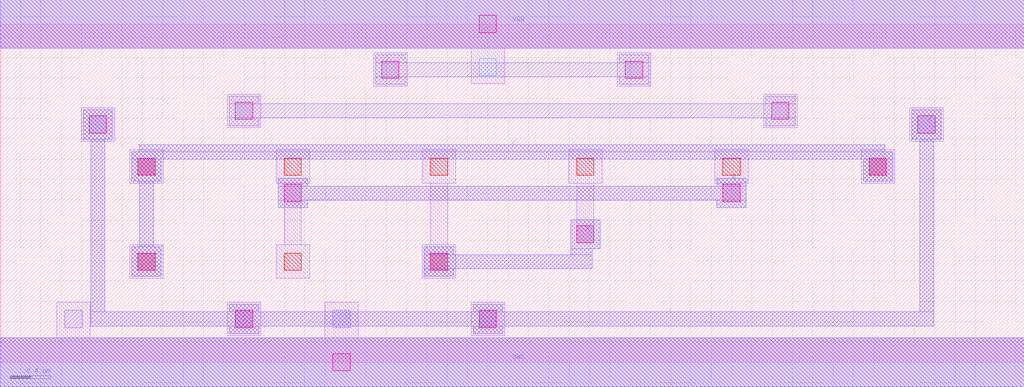
<source format=lef>
MACRO NOR3X1
 CLASS CORE ;
 FOREIGN NOR3X1 0 0 ;
 SIZE 10.08 BY 3.33 ;
 ORIGIN 0 0 ;
 SYMMETRY X Y R90 ;
 SITE unit ;
  PIN VDD
   DIRECTION INOUT ;
   USE POWER ;
   SHAPE ABUTMENT ;
    PORT
     CLASS CORE ;
       LAYER li1 ;
        RECT 0.00000000 3.09000000 10.08000000 3.57000000 ;
       LAYER met1 ;
        RECT 0.00000000 3.09000000 10.08000000 3.57000000 ;
    END
  END VDD

  PIN GND
   DIRECTION INOUT ;
   USE POWER ;
   SHAPE ABUTMENT ;
    PORT
     CLASS CORE ;
       LAYER li1 ;
        RECT 0.00000000 -0.24000000 10.08000000 0.24000000 ;
       LAYER met1 ;
        RECT 0.00000000 -0.24000000 10.08000000 0.24000000 ;
    END
  END GND

  PIN Y
   DIRECTION INOUT ;
   USE SIGNAL ;
   SHAPE ABUTMENT ;
    PORT
     CLASS CORE ;
       LAYER met1 ;
        RECT 2.25500000 0.28000000 2.54500000 0.35500000 ;
        RECT 4.65500000 0.28000000 4.94500000 0.35500000 ;
        RECT 0.89000000 0.35500000 9.19000000 0.49500000 ;
        RECT 2.25500000 0.49500000 2.54500000 0.57000000 ;
        RECT 4.65500000 0.49500000 4.94500000 0.57000000 ;
        RECT 0.89000000 0.49500000 1.03000000 2.19500000 ;
        RECT 9.05000000 0.49500000 9.19000000 2.19500000 ;
        RECT 0.81500000 2.19500000 1.10500000 2.48500000 ;
        RECT 8.97500000 2.19500000 9.26500000 2.48500000 ;
    END
  END Y

  PIN B
   DIRECTION INOUT ;
   USE SIGNAL ;
   SHAPE ABUTMENT ;
    PORT
     CLASS CORE ;
       LAYER met1 ;
        RECT 2.73500000 1.52000000 3.02500000 1.59500000 ;
        RECT 7.05500000 1.52000000 7.34500000 1.59500000 ;
        RECT 2.73500000 1.59500000 7.34500000 1.73500000 ;
        RECT 2.73500000 1.73500000 3.02500000 1.81000000 ;
        RECT 7.05500000 1.73500000 7.34500000 1.81000000 ;
    END
  END B

  PIN A
   DIRECTION INOUT ;
   USE SIGNAL ;
   SHAPE ABUTMENT ;
    PORT
     CLASS CORE ;
       LAYER met1 ;
        RECT 4.17500000 0.84500000 4.46500000 0.92000000 ;
        RECT 4.17500000 0.92000000 5.83000000 1.06000000 ;
        RECT 5.61500000 1.06000000 5.83000000 1.11500000 ;
        RECT 4.17500000 1.06000000 4.46500000 1.13500000 ;
        RECT 5.61500000 1.11500000 5.90500000 1.40500000 ;
    END
  END A

  PIN C
   DIRECTION INOUT ;
   USE SIGNAL ;
   SHAPE ABUTMENT ;
    PORT
     CLASS CORE ;
       LAYER met1 ;
        RECT 1.29500000 0.84500000 1.58500000 1.13500000 ;
        RECT 1.37000000 1.13500000 1.51000000 1.78000000 ;
        RECT 1.29500000 1.78000000 1.58500000 2.00000000 ;
        RECT 8.49500000 1.78000000 8.78500000 2.00000000 ;
        RECT 1.29500000 2.00000000 8.78500000 2.07000000 ;
        RECT 1.37000000 2.07000000 8.71000000 2.14000000 ;
    END
  END C

 OBS
    LAYER polycont ;
     RECT 1.35500000 0.90500000 1.52500000 1.07500000 ;
     RECT 2.79500000 0.90500000 2.96500000 1.07500000 ;
     RECT 4.23500000 0.90500000 4.40500000 1.07500000 ;
     RECT 1.35500000 1.84000000 1.52500000 2.01000000 ;
     RECT 2.79500000 1.84000000 2.96500000 2.01000000 ;
     RECT 4.23500000 1.84000000 4.40500000 2.01000000 ;
     RECT 5.67500000 1.84000000 5.84500000 2.01000000 ;
     RECT 7.11500000 1.84000000 7.28500000 2.01000000 ;
     RECT 8.55500000 1.84000000 8.72500000 2.01000000 ;

    LAYER pdiffc ;
     RECT 0.87500000 2.25500000 1.04500000 2.42500000 ;
     RECT 9.03500000 2.25500000 9.20500000 2.42500000 ;
     RECT 2.31500000 2.39000000 2.48500000 2.56000000 ;
     RECT 7.59500000 2.39000000 7.76500000 2.56000000 ;
     RECT 3.75500000 2.79500000 3.92500000 2.96500000 ;
     RECT 6.15500000 2.79500000 6.32500000 2.96500000 ;
     RECT 4.71500000 2.82000000 4.88500000 2.99000000 ;

    LAYER ndiffc ;
     RECT 0.63500000 0.34000000 0.80500000 0.51000000 ;
     RECT 2.31500000 0.34000000 2.48500000 0.51000000 ;
     RECT 3.27500000 0.34000000 3.44500000 0.51000000 ;
     RECT 4.71500000 0.34000000 4.88500000 0.51000000 ;

    LAYER li1 ;
     RECT 2.23500000 0.26000000 2.56500000 0.59000000 ;
     RECT 0.00000000 -0.24000000 10.08000000 0.24000000 ;
     RECT 0.55500000 0.24000000 0.88500000 0.59000000 ;
     RECT 3.19500000 0.24000000 3.52500000 0.59000000 ;
     RECT 4.63500000 0.26000000 4.96500000 0.59000000 ;
     RECT 1.27500000 0.82500000 1.60500000 1.15500000 ;
     RECT 1.27500000 1.76000000 1.60500000 2.09000000 ;
     RECT 2.71500000 0.82500000 3.04500000 1.15500000 ;
     RECT 2.79500000 1.15500000 2.96500000 1.76000000 ;
     RECT 2.71500000 1.76000000 3.04500000 2.09000000 ;
     RECT 4.15500000 0.82500000 4.48500000 1.15500000 ;
     RECT 4.23500000 1.15500000 4.40500000 1.76000000 ;
     RECT 4.15500000 1.76000000 4.48500000 2.09000000 ;
     RECT 5.67500000 1.17500000 5.84500000 1.76000000 ;
     RECT 5.59500000 1.76000000 5.92500000 2.09000000 ;
     RECT 7.11500000 1.58000000 7.28500000 1.76000000 ;
     RECT 7.03500000 1.76000000 7.36500000 2.09000000 ;
     RECT 8.47500000 1.76000000 8.80500000 2.09000000 ;
     RECT 0.79500000 2.17500000 1.12500000 2.50500000 ;
     RECT 8.95500000 2.17500000 9.28500000 2.50500000 ;
     RECT 2.23500000 2.31000000 2.56500000 2.64000000 ;
     RECT 7.51500000 2.31000000 7.84500000 2.64000000 ;
     RECT 3.67500000 2.71500000 4.00500000 3.04500000 ;
     RECT 6.07500000 2.71500000 6.40500000 3.04500000 ;
     RECT 4.63500000 2.74000000 4.96500000 3.09000000 ;
     RECT 0.00000000 3.09000000 10.08000000 3.57000000 ;

    LAYER viali ;
     RECT 3.27500000 -0.08500000 3.44500000 0.08500000 ;
     RECT 2.31500000 0.34000000 2.48500000 0.51000000 ;
     RECT 4.71500000 0.34000000 4.88500000 0.51000000 ;
     RECT 1.35500000 0.90500000 1.52500000 1.07500000 ;
     RECT 4.23500000 0.90500000 4.40500000 1.07500000 ;
     RECT 5.67500000 1.17500000 5.84500000 1.34500000 ;
     RECT 2.79500000 1.58000000 2.96500000 1.75000000 ;
     RECT 7.11500000 1.58000000 7.28500000 1.75000000 ;
     RECT 1.35500000 1.84000000 1.52500000 2.01000000 ;
     RECT 8.55500000 1.84000000 8.72500000 2.01000000 ;
     RECT 0.87500000 2.25500000 1.04500000 2.42500000 ;
     RECT 9.03500000 2.25500000 9.20500000 2.42500000 ;
     RECT 2.31500000 2.39000000 2.48500000 2.56000000 ;
     RECT 7.59500000 2.39000000 7.76500000 2.56000000 ;
     RECT 3.75500000 2.79500000 3.92500000 2.96500000 ;
     RECT 6.15500000 2.79500000 6.32500000 2.96500000 ;
     RECT 4.71500000 3.24500000 4.88500000 3.41500000 ;

    LAYER met1 ;
     RECT 0.00000000 -0.24000000 10.08000000 0.24000000 ;
     RECT 4.17500000 0.84500000 4.46500000 0.92000000 ;
     RECT 4.17500000 0.92000000 5.83000000 1.06000000 ;
     RECT 5.61500000 1.06000000 5.83000000 1.11500000 ;
     RECT 4.17500000 1.06000000 4.46500000 1.13500000 ;
     RECT 5.61500000 1.11500000 5.90500000 1.40500000 ;
     RECT 2.73500000 1.52000000 3.02500000 1.59500000 ;
     RECT 7.05500000 1.52000000 7.34500000 1.59500000 ;
     RECT 2.73500000 1.59500000 7.34500000 1.73500000 ;
     RECT 2.73500000 1.73500000 3.02500000 1.81000000 ;
     RECT 7.05500000 1.73500000 7.34500000 1.81000000 ;
     RECT 1.29500000 0.84500000 1.58500000 1.13500000 ;
     RECT 1.37000000 1.13500000 1.51000000 1.78000000 ;
     RECT 1.29500000 1.78000000 1.58500000 2.00000000 ;
     RECT 8.49500000 1.78000000 8.78500000 2.00000000 ;
     RECT 1.29500000 2.00000000 8.78500000 2.07000000 ;
     RECT 1.37000000 2.07000000 8.71000000 2.14000000 ;
     RECT 2.25500000 0.28000000 2.54500000 0.35500000 ;
     RECT 4.65500000 0.28000000 4.94500000 0.35500000 ;
     RECT 0.89000000 0.35500000 9.19000000 0.49500000 ;
     RECT 2.25500000 0.49500000 2.54500000 0.57000000 ;
     RECT 4.65500000 0.49500000 4.94500000 0.57000000 ;
     RECT 0.89000000 0.49500000 1.03000000 2.19500000 ;
     RECT 9.05000000 0.49500000 9.19000000 2.19500000 ;
     RECT 0.81500000 2.19500000 1.10500000 2.48500000 ;
     RECT 8.97500000 2.19500000 9.26500000 2.48500000 ;
     RECT 2.25500000 2.33000000 2.54500000 2.40500000 ;
     RECT 7.53500000 2.33000000 7.82500000 2.40500000 ;
     RECT 2.25500000 2.40500000 7.82500000 2.54500000 ;
     RECT 2.25500000 2.54500000 2.54500000 2.62000000 ;
     RECT 7.53500000 2.54500000 7.82500000 2.62000000 ;
     RECT 3.69500000 2.73500000 3.98500000 2.81000000 ;
     RECT 6.09500000 2.73500000 6.38500000 2.81000000 ;
     RECT 3.69500000 2.81000000 6.38500000 2.95000000 ;
     RECT 3.69500000 2.95000000 3.98500000 3.02500000 ;
     RECT 6.09500000 2.95000000 6.38500000 3.02500000 ;
     RECT 0.00000000 3.09000000 10.08000000 3.57000000 ;

 END
END NOR3X1

</source>
